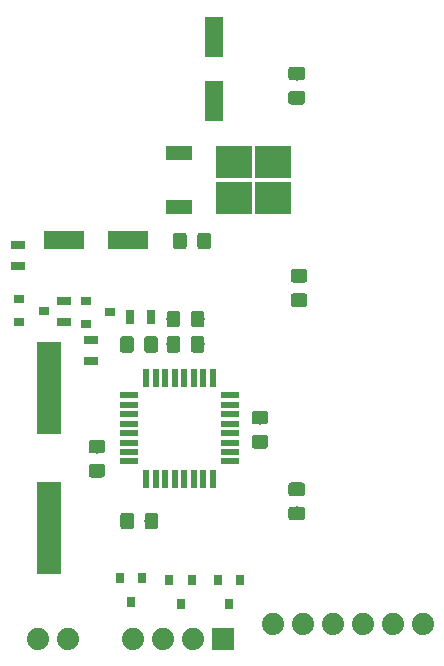
<source format=gbr>
G04 #@! TF.GenerationSoftware,KiCad,Pcbnew,5.0.2-bee76a0~70~ubuntu18.04.1*
G04 #@! TF.CreationDate,2019-12-16T19:01:30-05:00*
G04 #@! TF.ProjectId,LEDStuff,4c454453-7475-4666-962e-6b696361645f,rev?*
G04 #@! TF.SameCoordinates,Original*
G04 #@! TF.FileFunction,Paste,Top*
G04 #@! TF.FilePolarity,Positive*
%FSLAX46Y46*%
G04 Gerber Fmt 4.6, Leading zero omitted, Abs format (unit mm)*
G04 Created by KiCad (PCBNEW 5.0.2-bee76a0~70~ubuntu18.04.1) date Mon 16 Dec 2019 07:01:30 PM EST*
%MOMM*%
%LPD*%
G01*
G04 APERTURE LIST*
%ADD10C,1.879600*%
%ADD11C,0.100000*%
%ADD12C,1.150000*%
%ADD13R,1.600000X3.500000*%
%ADD14R,3.500000X1.600000*%
%ADD15R,0.800000X0.900000*%
%ADD16R,1.600000X0.550000*%
%ADD17R,0.550000X1.600000*%
%ADD18R,2.000000X7.875000*%
%ADD19R,2.200000X1.200000*%
%ADD20R,3.050000X2.750000*%
%ADD21R,1.879600X1.879600*%
%ADD22R,0.899160X0.797560*%
%ADD23R,0.797560X1.198880*%
%ADD24R,1.198880X0.797560*%
G04 APERTURE END LIST*
D10*
G04 #@! TO.C,J2*
X153880000Y-120000000D03*
X156420000Y-120000000D03*
X158960000Y-120000000D03*
X161500000Y-120000000D03*
X164040000Y-120000000D03*
X166580000Y-120000000D03*
G04 #@! TD*
D11*
G04 #@! TO.C,C1*
G36*
X153280905Y-101973404D02*
X153305173Y-101977004D01*
X153328972Y-101982965D01*
X153352071Y-101991230D01*
X153374250Y-102001720D01*
X153395293Y-102014332D01*
X153414999Y-102028947D01*
X153433177Y-102045423D01*
X153449653Y-102063601D01*
X153464268Y-102083307D01*
X153476880Y-102104350D01*
X153487370Y-102126529D01*
X153495635Y-102149628D01*
X153501596Y-102173427D01*
X153505196Y-102197695D01*
X153506400Y-102222199D01*
X153506400Y-102872201D01*
X153505196Y-102896705D01*
X153501596Y-102920973D01*
X153495635Y-102944772D01*
X153487370Y-102967871D01*
X153476880Y-102990050D01*
X153464268Y-103011093D01*
X153449653Y-103030799D01*
X153433177Y-103048977D01*
X153414999Y-103065453D01*
X153395293Y-103080068D01*
X153374250Y-103092680D01*
X153352071Y-103103170D01*
X153328972Y-103111435D01*
X153305173Y-103117396D01*
X153280905Y-103120996D01*
X153256401Y-103122200D01*
X152356399Y-103122200D01*
X152331895Y-103120996D01*
X152307627Y-103117396D01*
X152283828Y-103111435D01*
X152260729Y-103103170D01*
X152238550Y-103092680D01*
X152217507Y-103080068D01*
X152197801Y-103065453D01*
X152179623Y-103048977D01*
X152163147Y-103030799D01*
X152148532Y-103011093D01*
X152135920Y-102990050D01*
X152125430Y-102967871D01*
X152117165Y-102944772D01*
X152111204Y-102920973D01*
X152107604Y-102896705D01*
X152106400Y-102872201D01*
X152106400Y-102222199D01*
X152107604Y-102197695D01*
X152111204Y-102173427D01*
X152117165Y-102149628D01*
X152125430Y-102126529D01*
X152135920Y-102104350D01*
X152148532Y-102083307D01*
X152163147Y-102063601D01*
X152179623Y-102045423D01*
X152197801Y-102028947D01*
X152217507Y-102014332D01*
X152238550Y-102001720D01*
X152260729Y-101991230D01*
X152283828Y-101982965D01*
X152307627Y-101977004D01*
X152331895Y-101973404D01*
X152356399Y-101972200D01*
X153256401Y-101972200D01*
X153280905Y-101973404D01*
X153280905Y-101973404D01*
G37*
D12*
X152806400Y-102547200D03*
D11*
G36*
X153280905Y-104023404D02*
X153305173Y-104027004D01*
X153328972Y-104032965D01*
X153352071Y-104041230D01*
X153374250Y-104051720D01*
X153395293Y-104064332D01*
X153414999Y-104078947D01*
X153433177Y-104095423D01*
X153449653Y-104113601D01*
X153464268Y-104133307D01*
X153476880Y-104154350D01*
X153487370Y-104176529D01*
X153495635Y-104199628D01*
X153501596Y-104223427D01*
X153505196Y-104247695D01*
X153506400Y-104272199D01*
X153506400Y-104922201D01*
X153505196Y-104946705D01*
X153501596Y-104970973D01*
X153495635Y-104994772D01*
X153487370Y-105017871D01*
X153476880Y-105040050D01*
X153464268Y-105061093D01*
X153449653Y-105080799D01*
X153433177Y-105098977D01*
X153414999Y-105115453D01*
X153395293Y-105130068D01*
X153374250Y-105142680D01*
X153352071Y-105153170D01*
X153328972Y-105161435D01*
X153305173Y-105167396D01*
X153280905Y-105170996D01*
X153256401Y-105172200D01*
X152356399Y-105172200D01*
X152331895Y-105170996D01*
X152307627Y-105167396D01*
X152283828Y-105161435D01*
X152260729Y-105153170D01*
X152238550Y-105142680D01*
X152217507Y-105130068D01*
X152197801Y-105115453D01*
X152179623Y-105098977D01*
X152163147Y-105080799D01*
X152148532Y-105061093D01*
X152135920Y-105040050D01*
X152125430Y-105017871D01*
X152117165Y-104994772D01*
X152111204Y-104970973D01*
X152107604Y-104946705D01*
X152106400Y-104922201D01*
X152106400Y-104272199D01*
X152107604Y-104247695D01*
X152111204Y-104223427D01*
X152117165Y-104199628D01*
X152125430Y-104176529D01*
X152135920Y-104154350D01*
X152148532Y-104133307D01*
X152163147Y-104113601D01*
X152179623Y-104095423D01*
X152197801Y-104078947D01*
X152217507Y-104064332D01*
X152238550Y-104051720D01*
X152260729Y-104041230D01*
X152283828Y-104032965D01*
X152307627Y-104027004D01*
X152331895Y-104023404D01*
X152356399Y-104022200D01*
X153256401Y-104022200D01*
X153280905Y-104023404D01*
X153280905Y-104023404D01*
G37*
D12*
X152806400Y-104597200D03*
G04 #@! TD*
D13*
G04 #@! TO.C,C2*
X148890996Y-75712071D03*
X148890996Y-70312071D03*
G04 #@! TD*
D14*
G04 #@! TO.C,C3*
X136199900Y-87541100D03*
X141599900Y-87541100D03*
G04 #@! TD*
D11*
G04 #@! TO.C,C4*
G36*
X146386805Y-86893104D02*
X146411073Y-86896704D01*
X146434872Y-86902665D01*
X146457971Y-86910930D01*
X146480150Y-86921420D01*
X146501193Y-86934032D01*
X146520899Y-86948647D01*
X146539077Y-86965123D01*
X146555553Y-86983301D01*
X146570168Y-87003007D01*
X146582780Y-87024050D01*
X146593270Y-87046229D01*
X146601535Y-87069328D01*
X146607496Y-87093127D01*
X146611096Y-87117395D01*
X146612300Y-87141899D01*
X146612300Y-88041901D01*
X146611096Y-88066405D01*
X146607496Y-88090673D01*
X146601535Y-88114472D01*
X146593270Y-88137571D01*
X146582780Y-88159750D01*
X146570168Y-88180793D01*
X146555553Y-88200499D01*
X146539077Y-88218677D01*
X146520899Y-88235153D01*
X146501193Y-88249768D01*
X146480150Y-88262380D01*
X146457971Y-88272870D01*
X146434872Y-88281135D01*
X146411073Y-88287096D01*
X146386805Y-88290696D01*
X146362301Y-88291900D01*
X145712299Y-88291900D01*
X145687795Y-88290696D01*
X145663527Y-88287096D01*
X145639728Y-88281135D01*
X145616629Y-88272870D01*
X145594450Y-88262380D01*
X145573407Y-88249768D01*
X145553701Y-88235153D01*
X145535523Y-88218677D01*
X145519047Y-88200499D01*
X145504432Y-88180793D01*
X145491820Y-88159750D01*
X145481330Y-88137571D01*
X145473065Y-88114472D01*
X145467104Y-88090673D01*
X145463504Y-88066405D01*
X145462300Y-88041901D01*
X145462300Y-87141899D01*
X145463504Y-87117395D01*
X145467104Y-87093127D01*
X145473065Y-87069328D01*
X145481330Y-87046229D01*
X145491820Y-87024050D01*
X145504432Y-87003007D01*
X145519047Y-86983301D01*
X145535523Y-86965123D01*
X145553701Y-86948647D01*
X145573407Y-86934032D01*
X145594450Y-86921420D01*
X145616629Y-86910930D01*
X145639728Y-86902665D01*
X145663527Y-86896704D01*
X145687795Y-86893104D01*
X145712299Y-86891900D01*
X146362301Y-86891900D01*
X146386805Y-86893104D01*
X146386805Y-86893104D01*
G37*
D12*
X146037300Y-87591900D03*
D11*
G36*
X148436805Y-86893104D02*
X148461073Y-86896704D01*
X148484872Y-86902665D01*
X148507971Y-86910930D01*
X148530150Y-86921420D01*
X148551193Y-86934032D01*
X148570899Y-86948647D01*
X148589077Y-86965123D01*
X148605553Y-86983301D01*
X148620168Y-87003007D01*
X148632780Y-87024050D01*
X148643270Y-87046229D01*
X148651535Y-87069328D01*
X148657496Y-87093127D01*
X148661096Y-87117395D01*
X148662300Y-87141899D01*
X148662300Y-88041901D01*
X148661096Y-88066405D01*
X148657496Y-88090673D01*
X148651535Y-88114472D01*
X148643270Y-88137571D01*
X148632780Y-88159750D01*
X148620168Y-88180793D01*
X148605553Y-88200499D01*
X148589077Y-88218677D01*
X148570899Y-88235153D01*
X148551193Y-88249768D01*
X148530150Y-88262380D01*
X148507971Y-88272870D01*
X148484872Y-88281135D01*
X148461073Y-88287096D01*
X148436805Y-88290696D01*
X148412301Y-88291900D01*
X147762299Y-88291900D01*
X147737795Y-88290696D01*
X147713527Y-88287096D01*
X147689728Y-88281135D01*
X147666629Y-88272870D01*
X147644450Y-88262380D01*
X147623407Y-88249768D01*
X147603701Y-88235153D01*
X147585523Y-88218677D01*
X147569047Y-88200499D01*
X147554432Y-88180793D01*
X147541820Y-88159750D01*
X147531330Y-88137571D01*
X147523065Y-88114472D01*
X147517104Y-88090673D01*
X147513504Y-88066405D01*
X147512300Y-88041901D01*
X147512300Y-87141899D01*
X147513504Y-87117395D01*
X147517104Y-87093127D01*
X147523065Y-87069328D01*
X147531330Y-87046229D01*
X147541820Y-87024050D01*
X147554432Y-87003007D01*
X147569047Y-86983301D01*
X147585523Y-86965123D01*
X147603701Y-86948647D01*
X147623407Y-86934032D01*
X147644450Y-86921420D01*
X147666629Y-86910930D01*
X147689728Y-86902665D01*
X147713527Y-86896704D01*
X147737795Y-86893104D01*
X147762299Y-86891900D01*
X148412301Y-86891900D01*
X148436805Y-86893104D01*
X148436805Y-86893104D01*
G37*
D12*
X148087300Y-87591900D03*
G04 #@! TD*
D11*
G04 #@! TO.C,C5*
G36*
X145835405Y-95656104D02*
X145859673Y-95659704D01*
X145883472Y-95665665D01*
X145906571Y-95673930D01*
X145928750Y-95684420D01*
X145949793Y-95697032D01*
X145969499Y-95711647D01*
X145987677Y-95728123D01*
X146004153Y-95746301D01*
X146018768Y-95766007D01*
X146031380Y-95787050D01*
X146041870Y-95809229D01*
X146050135Y-95832328D01*
X146056096Y-95856127D01*
X146059696Y-95880395D01*
X146060900Y-95904899D01*
X146060900Y-96804901D01*
X146059696Y-96829405D01*
X146056096Y-96853673D01*
X146050135Y-96877472D01*
X146041870Y-96900571D01*
X146031380Y-96922750D01*
X146018768Y-96943793D01*
X146004153Y-96963499D01*
X145987677Y-96981677D01*
X145969499Y-96998153D01*
X145949793Y-97012768D01*
X145928750Y-97025380D01*
X145906571Y-97035870D01*
X145883472Y-97044135D01*
X145859673Y-97050096D01*
X145835405Y-97053696D01*
X145810901Y-97054900D01*
X145160899Y-97054900D01*
X145136395Y-97053696D01*
X145112127Y-97050096D01*
X145088328Y-97044135D01*
X145065229Y-97035870D01*
X145043050Y-97025380D01*
X145022007Y-97012768D01*
X145002301Y-96998153D01*
X144984123Y-96981677D01*
X144967647Y-96963499D01*
X144953032Y-96943793D01*
X144940420Y-96922750D01*
X144929930Y-96900571D01*
X144921665Y-96877472D01*
X144915704Y-96853673D01*
X144912104Y-96829405D01*
X144910900Y-96804901D01*
X144910900Y-95904899D01*
X144912104Y-95880395D01*
X144915704Y-95856127D01*
X144921665Y-95832328D01*
X144929930Y-95809229D01*
X144940420Y-95787050D01*
X144953032Y-95766007D01*
X144967647Y-95746301D01*
X144984123Y-95728123D01*
X145002301Y-95711647D01*
X145022007Y-95697032D01*
X145043050Y-95684420D01*
X145065229Y-95673930D01*
X145088328Y-95665665D01*
X145112127Y-95659704D01*
X145136395Y-95656104D01*
X145160899Y-95654900D01*
X145810901Y-95654900D01*
X145835405Y-95656104D01*
X145835405Y-95656104D01*
G37*
D12*
X145485900Y-96354900D03*
D11*
G36*
X147885405Y-95656104D02*
X147909673Y-95659704D01*
X147933472Y-95665665D01*
X147956571Y-95673930D01*
X147978750Y-95684420D01*
X147999793Y-95697032D01*
X148019499Y-95711647D01*
X148037677Y-95728123D01*
X148054153Y-95746301D01*
X148068768Y-95766007D01*
X148081380Y-95787050D01*
X148091870Y-95809229D01*
X148100135Y-95832328D01*
X148106096Y-95856127D01*
X148109696Y-95880395D01*
X148110900Y-95904899D01*
X148110900Y-96804901D01*
X148109696Y-96829405D01*
X148106096Y-96853673D01*
X148100135Y-96877472D01*
X148091870Y-96900571D01*
X148081380Y-96922750D01*
X148068768Y-96943793D01*
X148054153Y-96963499D01*
X148037677Y-96981677D01*
X148019499Y-96998153D01*
X147999793Y-97012768D01*
X147978750Y-97025380D01*
X147956571Y-97035870D01*
X147933472Y-97044135D01*
X147909673Y-97050096D01*
X147885405Y-97053696D01*
X147860901Y-97054900D01*
X147210899Y-97054900D01*
X147186395Y-97053696D01*
X147162127Y-97050096D01*
X147138328Y-97044135D01*
X147115229Y-97035870D01*
X147093050Y-97025380D01*
X147072007Y-97012768D01*
X147052301Y-96998153D01*
X147034123Y-96981677D01*
X147017647Y-96963499D01*
X147003032Y-96943793D01*
X146990420Y-96922750D01*
X146979930Y-96900571D01*
X146971665Y-96877472D01*
X146965704Y-96853673D01*
X146962104Y-96829405D01*
X146960900Y-96804901D01*
X146960900Y-95904899D01*
X146962104Y-95880395D01*
X146965704Y-95856127D01*
X146971665Y-95832328D01*
X146979930Y-95809229D01*
X146990420Y-95787050D01*
X147003032Y-95766007D01*
X147017647Y-95746301D01*
X147034123Y-95728123D01*
X147052301Y-95711647D01*
X147072007Y-95697032D01*
X147093050Y-95684420D01*
X147115229Y-95673930D01*
X147138328Y-95665665D01*
X147162127Y-95659704D01*
X147186395Y-95656104D01*
X147210899Y-95654900D01*
X147860901Y-95654900D01*
X147885405Y-95656104D01*
X147885405Y-95656104D01*
G37*
D12*
X147535900Y-96354900D03*
G04 #@! TD*
D11*
G04 #@! TO.C,C6*
G36*
X141923805Y-110604004D02*
X141948073Y-110607604D01*
X141971872Y-110613565D01*
X141994971Y-110621830D01*
X142017150Y-110632320D01*
X142038193Y-110644932D01*
X142057899Y-110659547D01*
X142076077Y-110676023D01*
X142092553Y-110694201D01*
X142107168Y-110713907D01*
X142119780Y-110734950D01*
X142130270Y-110757129D01*
X142138535Y-110780228D01*
X142144496Y-110804027D01*
X142148096Y-110828295D01*
X142149300Y-110852799D01*
X142149300Y-111752801D01*
X142148096Y-111777305D01*
X142144496Y-111801573D01*
X142138535Y-111825372D01*
X142130270Y-111848471D01*
X142119780Y-111870650D01*
X142107168Y-111891693D01*
X142092553Y-111911399D01*
X142076077Y-111929577D01*
X142057899Y-111946053D01*
X142038193Y-111960668D01*
X142017150Y-111973280D01*
X141994971Y-111983770D01*
X141971872Y-111992035D01*
X141948073Y-111997996D01*
X141923805Y-112001596D01*
X141899301Y-112002800D01*
X141249299Y-112002800D01*
X141224795Y-112001596D01*
X141200527Y-111997996D01*
X141176728Y-111992035D01*
X141153629Y-111983770D01*
X141131450Y-111973280D01*
X141110407Y-111960668D01*
X141090701Y-111946053D01*
X141072523Y-111929577D01*
X141056047Y-111911399D01*
X141041432Y-111891693D01*
X141028820Y-111870650D01*
X141018330Y-111848471D01*
X141010065Y-111825372D01*
X141004104Y-111801573D01*
X141000504Y-111777305D01*
X140999300Y-111752801D01*
X140999300Y-110852799D01*
X141000504Y-110828295D01*
X141004104Y-110804027D01*
X141010065Y-110780228D01*
X141018330Y-110757129D01*
X141028820Y-110734950D01*
X141041432Y-110713907D01*
X141056047Y-110694201D01*
X141072523Y-110676023D01*
X141090701Y-110659547D01*
X141110407Y-110644932D01*
X141131450Y-110632320D01*
X141153629Y-110621830D01*
X141176728Y-110613565D01*
X141200527Y-110607604D01*
X141224795Y-110604004D01*
X141249299Y-110602800D01*
X141899301Y-110602800D01*
X141923805Y-110604004D01*
X141923805Y-110604004D01*
G37*
D12*
X141574300Y-111302800D03*
D11*
G36*
X143973805Y-110604004D02*
X143998073Y-110607604D01*
X144021872Y-110613565D01*
X144044971Y-110621830D01*
X144067150Y-110632320D01*
X144088193Y-110644932D01*
X144107899Y-110659547D01*
X144126077Y-110676023D01*
X144142553Y-110694201D01*
X144157168Y-110713907D01*
X144169780Y-110734950D01*
X144180270Y-110757129D01*
X144188535Y-110780228D01*
X144194496Y-110804027D01*
X144198096Y-110828295D01*
X144199300Y-110852799D01*
X144199300Y-111752801D01*
X144198096Y-111777305D01*
X144194496Y-111801573D01*
X144188535Y-111825372D01*
X144180270Y-111848471D01*
X144169780Y-111870650D01*
X144157168Y-111891693D01*
X144142553Y-111911399D01*
X144126077Y-111929577D01*
X144107899Y-111946053D01*
X144088193Y-111960668D01*
X144067150Y-111973280D01*
X144044971Y-111983770D01*
X144021872Y-111992035D01*
X143998073Y-111997996D01*
X143973805Y-112001596D01*
X143949301Y-112002800D01*
X143299299Y-112002800D01*
X143274795Y-112001596D01*
X143250527Y-111997996D01*
X143226728Y-111992035D01*
X143203629Y-111983770D01*
X143181450Y-111973280D01*
X143160407Y-111960668D01*
X143140701Y-111946053D01*
X143122523Y-111929577D01*
X143106047Y-111911399D01*
X143091432Y-111891693D01*
X143078820Y-111870650D01*
X143068330Y-111848471D01*
X143060065Y-111825372D01*
X143054104Y-111801573D01*
X143050504Y-111777305D01*
X143049300Y-111752801D01*
X143049300Y-110852799D01*
X143050504Y-110828295D01*
X143054104Y-110804027D01*
X143060065Y-110780228D01*
X143068330Y-110757129D01*
X143078820Y-110734950D01*
X143091432Y-110713907D01*
X143106047Y-110694201D01*
X143122523Y-110676023D01*
X143140701Y-110659547D01*
X143160407Y-110644932D01*
X143181450Y-110632320D01*
X143203629Y-110621830D01*
X143226728Y-110613565D01*
X143250527Y-110607604D01*
X143274795Y-110604004D01*
X143299299Y-110602800D01*
X143949301Y-110602800D01*
X143973805Y-110604004D01*
X143973805Y-110604004D01*
G37*
D12*
X143624300Y-111302800D03*
G04 #@! TD*
D11*
G04 #@! TO.C,C7*
G36*
X143944705Y-95668804D02*
X143968973Y-95672404D01*
X143992772Y-95678365D01*
X144015871Y-95686630D01*
X144038050Y-95697120D01*
X144059093Y-95709732D01*
X144078799Y-95724347D01*
X144096977Y-95740823D01*
X144113453Y-95759001D01*
X144128068Y-95778707D01*
X144140680Y-95799750D01*
X144151170Y-95821929D01*
X144159435Y-95845028D01*
X144165396Y-95868827D01*
X144168996Y-95893095D01*
X144170200Y-95917599D01*
X144170200Y-96817601D01*
X144168996Y-96842105D01*
X144165396Y-96866373D01*
X144159435Y-96890172D01*
X144151170Y-96913271D01*
X144140680Y-96935450D01*
X144128068Y-96956493D01*
X144113453Y-96976199D01*
X144096977Y-96994377D01*
X144078799Y-97010853D01*
X144059093Y-97025468D01*
X144038050Y-97038080D01*
X144015871Y-97048570D01*
X143992772Y-97056835D01*
X143968973Y-97062796D01*
X143944705Y-97066396D01*
X143920201Y-97067600D01*
X143270199Y-97067600D01*
X143245695Y-97066396D01*
X143221427Y-97062796D01*
X143197628Y-97056835D01*
X143174529Y-97048570D01*
X143152350Y-97038080D01*
X143131307Y-97025468D01*
X143111601Y-97010853D01*
X143093423Y-96994377D01*
X143076947Y-96976199D01*
X143062332Y-96956493D01*
X143049720Y-96935450D01*
X143039230Y-96913271D01*
X143030965Y-96890172D01*
X143025004Y-96866373D01*
X143021404Y-96842105D01*
X143020200Y-96817601D01*
X143020200Y-95917599D01*
X143021404Y-95893095D01*
X143025004Y-95868827D01*
X143030965Y-95845028D01*
X143039230Y-95821929D01*
X143049720Y-95799750D01*
X143062332Y-95778707D01*
X143076947Y-95759001D01*
X143093423Y-95740823D01*
X143111601Y-95724347D01*
X143131307Y-95709732D01*
X143152350Y-95697120D01*
X143174529Y-95686630D01*
X143197628Y-95678365D01*
X143221427Y-95672404D01*
X143245695Y-95668804D01*
X143270199Y-95667600D01*
X143920201Y-95667600D01*
X143944705Y-95668804D01*
X143944705Y-95668804D01*
G37*
D12*
X143595200Y-96367600D03*
D11*
G36*
X141894705Y-95668804D02*
X141918973Y-95672404D01*
X141942772Y-95678365D01*
X141965871Y-95686630D01*
X141988050Y-95697120D01*
X142009093Y-95709732D01*
X142028799Y-95724347D01*
X142046977Y-95740823D01*
X142063453Y-95759001D01*
X142078068Y-95778707D01*
X142090680Y-95799750D01*
X142101170Y-95821929D01*
X142109435Y-95845028D01*
X142115396Y-95868827D01*
X142118996Y-95893095D01*
X142120200Y-95917599D01*
X142120200Y-96817601D01*
X142118996Y-96842105D01*
X142115396Y-96866373D01*
X142109435Y-96890172D01*
X142101170Y-96913271D01*
X142090680Y-96935450D01*
X142078068Y-96956493D01*
X142063453Y-96976199D01*
X142046977Y-96994377D01*
X142028799Y-97010853D01*
X142009093Y-97025468D01*
X141988050Y-97038080D01*
X141965871Y-97048570D01*
X141942772Y-97056835D01*
X141918973Y-97062796D01*
X141894705Y-97066396D01*
X141870201Y-97067600D01*
X141220199Y-97067600D01*
X141195695Y-97066396D01*
X141171427Y-97062796D01*
X141147628Y-97056835D01*
X141124529Y-97048570D01*
X141102350Y-97038080D01*
X141081307Y-97025468D01*
X141061601Y-97010853D01*
X141043423Y-96994377D01*
X141026947Y-96976199D01*
X141012332Y-96956493D01*
X140999720Y-96935450D01*
X140989230Y-96913271D01*
X140980965Y-96890172D01*
X140975004Y-96866373D01*
X140971404Y-96842105D01*
X140970200Y-96817601D01*
X140970200Y-95917599D01*
X140971404Y-95893095D01*
X140975004Y-95868827D01*
X140980965Y-95845028D01*
X140989230Y-95821929D01*
X140999720Y-95799750D01*
X141012332Y-95778707D01*
X141026947Y-95759001D01*
X141043423Y-95740823D01*
X141061601Y-95724347D01*
X141081307Y-95709732D01*
X141102350Y-95697120D01*
X141124529Y-95686630D01*
X141147628Y-95678365D01*
X141171427Y-95672404D01*
X141195695Y-95668804D01*
X141220199Y-95667600D01*
X141870201Y-95667600D01*
X141894705Y-95668804D01*
X141894705Y-95668804D01*
G37*
D12*
X141545200Y-96367600D03*
G04 #@! TD*
D11*
G04 #@! TO.C,C8*
G36*
X156392405Y-72844904D02*
X156416673Y-72848504D01*
X156440472Y-72854465D01*
X156463571Y-72862730D01*
X156485750Y-72873220D01*
X156506793Y-72885832D01*
X156526499Y-72900447D01*
X156544677Y-72916923D01*
X156561153Y-72935101D01*
X156575768Y-72954807D01*
X156588380Y-72975850D01*
X156598870Y-72998029D01*
X156607135Y-73021128D01*
X156613096Y-73044927D01*
X156616696Y-73069195D01*
X156617900Y-73093699D01*
X156617900Y-73743701D01*
X156616696Y-73768205D01*
X156613096Y-73792473D01*
X156607135Y-73816272D01*
X156598870Y-73839371D01*
X156588380Y-73861550D01*
X156575768Y-73882593D01*
X156561153Y-73902299D01*
X156544677Y-73920477D01*
X156526499Y-73936953D01*
X156506793Y-73951568D01*
X156485750Y-73964180D01*
X156463571Y-73974670D01*
X156440472Y-73982935D01*
X156416673Y-73988896D01*
X156392405Y-73992496D01*
X156367901Y-73993700D01*
X155467899Y-73993700D01*
X155443395Y-73992496D01*
X155419127Y-73988896D01*
X155395328Y-73982935D01*
X155372229Y-73974670D01*
X155350050Y-73964180D01*
X155329007Y-73951568D01*
X155309301Y-73936953D01*
X155291123Y-73920477D01*
X155274647Y-73902299D01*
X155260032Y-73882593D01*
X155247420Y-73861550D01*
X155236930Y-73839371D01*
X155228665Y-73816272D01*
X155222704Y-73792473D01*
X155219104Y-73768205D01*
X155217900Y-73743701D01*
X155217900Y-73093699D01*
X155219104Y-73069195D01*
X155222704Y-73044927D01*
X155228665Y-73021128D01*
X155236930Y-72998029D01*
X155247420Y-72975850D01*
X155260032Y-72954807D01*
X155274647Y-72935101D01*
X155291123Y-72916923D01*
X155309301Y-72900447D01*
X155329007Y-72885832D01*
X155350050Y-72873220D01*
X155372229Y-72862730D01*
X155395328Y-72854465D01*
X155419127Y-72848504D01*
X155443395Y-72844904D01*
X155467899Y-72843700D01*
X156367901Y-72843700D01*
X156392405Y-72844904D01*
X156392405Y-72844904D01*
G37*
D12*
X155917900Y-73418700D03*
D11*
G36*
X156392405Y-74894904D02*
X156416673Y-74898504D01*
X156440472Y-74904465D01*
X156463571Y-74912730D01*
X156485750Y-74923220D01*
X156506793Y-74935832D01*
X156526499Y-74950447D01*
X156544677Y-74966923D01*
X156561153Y-74985101D01*
X156575768Y-75004807D01*
X156588380Y-75025850D01*
X156598870Y-75048029D01*
X156607135Y-75071128D01*
X156613096Y-75094927D01*
X156616696Y-75119195D01*
X156617900Y-75143699D01*
X156617900Y-75793701D01*
X156616696Y-75818205D01*
X156613096Y-75842473D01*
X156607135Y-75866272D01*
X156598870Y-75889371D01*
X156588380Y-75911550D01*
X156575768Y-75932593D01*
X156561153Y-75952299D01*
X156544677Y-75970477D01*
X156526499Y-75986953D01*
X156506793Y-76001568D01*
X156485750Y-76014180D01*
X156463571Y-76024670D01*
X156440472Y-76032935D01*
X156416673Y-76038896D01*
X156392405Y-76042496D01*
X156367901Y-76043700D01*
X155467899Y-76043700D01*
X155443395Y-76042496D01*
X155419127Y-76038896D01*
X155395328Y-76032935D01*
X155372229Y-76024670D01*
X155350050Y-76014180D01*
X155329007Y-76001568D01*
X155309301Y-75986953D01*
X155291123Y-75970477D01*
X155274647Y-75952299D01*
X155260032Y-75932593D01*
X155247420Y-75911550D01*
X155236930Y-75889371D01*
X155228665Y-75866272D01*
X155222704Y-75842473D01*
X155219104Y-75818205D01*
X155217900Y-75793701D01*
X155217900Y-75143699D01*
X155219104Y-75119195D01*
X155222704Y-75094927D01*
X155228665Y-75071128D01*
X155236930Y-75048029D01*
X155247420Y-75025850D01*
X155260032Y-75004807D01*
X155274647Y-74985101D01*
X155291123Y-74966923D01*
X155309301Y-74950447D01*
X155329007Y-74935832D01*
X155350050Y-74923220D01*
X155372229Y-74912730D01*
X155395328Y-74904465D01*
X155419127Y-74898504D01*
X155443395Y-74894904D01*
X155467899Y-74893700D01*
X156367901Y-74893700D01*
X156392405Y-74894904D01*
X156392405Y-74894904D01*
G37*
D12*
X155917900Y-75468700D03*
G04 #@! TD*
D11*
G04 #@! TO.C,C9*
G36*
X156595605Y-92027204D02*
X156619873Y-92030804D01*
X156643672Y-92036765D01*
X156666771Y-92045030D01*
X156688950Y-92055520D01*
X156709993Y-92068132D01*
X156729699Y-92082747D01*
X156747877Y-92099223D01*
X156764353Y-92117401D01*
X156778968Y-92137107D01*
X156791580Y-92158150D01*
X156802070Y-92180329D01*
X156810335Y-92203428D01*
X156816296Y-92227227D01*
X156819896Y-92251495D01*
X156821100Y-92275999D01*
X156821100Y-92926001D01*
X156819896Y-92950505D01*
X156816296Y-92974773D01*
X156810335Y-92998572D01*
X156802070Y-93021671D01*
X156791580Y-93043850D01*
X156778968Y-93064893D01*
X156764353Y-93084599D01*
X156747877Y-93102777D01*
X156729699Y-93119253D01*
X156709993Y-93133868D01*
X156688950Y-93146480D01*
X156666771Y-93156970D01*
X156643672Y-93165235D01*
X156619873Y-93171196D01*
X156595605Y-93174796D01*
X156571101Y-93176000D01*
X155671099Y-93176000D01*
X155646595Y-93174796D01*
X155622327Y-93171196D01*
X155598528Y-93165235D01*
X155575429Y-93156970D01*
X155553250Y-93146480D01*
X155532207Y-93133868D01*
X155512501Y-93119253D01*
X155494323Y-93102777D01*
X155477847Y-93084599D01*
X155463232Y-93064893D01*
X155450620Y-93043850D01*
X155440130Y-93021671D01*
X155431865Y-92998572D01*
X155425904Y-92974773D01*
X155422304Y-92950505D01*
X155421100Y-92926001D01*
X155421100Y-92275999D01*
X155422304Y-92251495D01*
X155425904Y-92227227D01*
X155431865Y-92203428D01*
X155440130Y-92180329D01*
X155450620Y-92158150D01*
X155463232Y-92137107D01*
X155477847Y-92117401D01*
X155494323Y-92099223D01*
X155512501Y-92082747D01*
X155532207Y-92068132D01*
X155553250Y-92055520D01*
X155575429Y-92045030D01*
X155598528Y-92036765D01*
X155622327Y-92030804D01*
X155646595Y-92027204D01*
X155671099Y-92026000D01*
X156571101Y-92026000D01*
X156595605Y-92027204D01*
X156595605Y-92027204D01*
G37*
D12*
X156121100Y-92601000D03*
D11*
G36*
X156595605Y-89977204D02*
X156619873Y-89980804D01*
X156643672Y-89986765D01*
X156666771Y-89995030D01*
X156688950Y-90005520D01*
X156709993Y-90018132D01*
X156729699Y-90032747D01*
X156747877Y-90049223D01*
X156764353Y-90067401D01*
X156778968Y-90087107D01*
X156791580Y-90108150D01*
X156802070Y-90130329D01*
X156810335Y-90153428D01*
X156816296Y-90177227D01*
X156819896Y-90201495D01*
X156821100Y-90225999D01*
X156821100Y-90876001D01*
X156819896Y-90900505D01*
X156816296Y-90924773D01*
X156810335Y-90948572D01*
X156802070Y-90971671D01*
X156791580Y-90993850D01*
X156778968Y-91014893D01*
X156764353Y-91034599D01*
X156747877Y-91052777D01*
X156729699Y-91069253D01*
X156709993Y-91083868D01*
X156688950Y-91096480D01*
X156666771Y-91106970D01*
X156643672Y-91115235D01*
X156619873Y-91121196D01*
X156595605Y-91124796D01*
X156571101Y-91126000D01*
X155671099Y-91126000D01*
X155646595Y-91124796D01*
X155622327Y-91121196D01*
X155598528Y-91115235D01*
X155575429Y-91106970D01*
X155553250Y-91096480D01*
X155532207Y-91083868D01*
X155512501Y-91069253D01*
X155494323Y-91052777D01*
X155477847Y-91034599D01*
X155463232Y-91014893D01*
X155450620Y-90993850D01*
X155440130Y-90971671D01*
X155431865Y-90948572D01*
X155425904Y-90924773D01*
X155422304Y-90900505D01*
X155421100Y-90876001D01*
X155421100Y-90225999D01*
X155422304Y-90201495D01*
X155425904Y-90177227D01*
X155431865Y-90153428D01*
X155440130Y-90130329D01*
X155450620Y-90108150D01*
X155463232Y-90087107D01*
X155477847Y-90067401D01*
X155494323Y-90049223D01*
X155512501Y-90032747D01*
X155532207Y-90018132D01*
X155553250Y-90005520D01*
X155575429Y-89995030D01*
X155598528Y-89986765D01*
X155622327Y-89980804D01*
X155646595Y-89977204D01*
X155671099Y-89976000D01*
X156571101Y-89976000D01*
X156595605Y-89977204D01*
X156595605Y-89977204D01*
G37*
D12*
X156121100Y-90551000D03*
G04 #@! TD*
D11*
G04 #@! TO.C,C10*
G36*
X156392405Y-110094004D02*
X156416673Y-110097604D01*
X156440472Y-110103565D01*
X156463571Y-110111830D01*
X156485750Y-110122320D01*
X156506793Y-110134932D01*
X156526499Y-110149547D01*
X156544677Y-110166023D01*
X156561153Y-110184201D01*
X156575768Y-110203907D01*
X156588380Y-110224950D01*
X156598870Y-110247129D01*
X156607135Y-110270228D01*
X156613096Y-110294027D01*
X156616696Y-110318295D01*
X156617900Y-110342799D01*
X156617900Y-110992801D01*
X156616696Y-111017305D01*
X156613096Y-111041573D01*
X156607135Y-111065372D01*
X156598870Y-111088471D01*
X156588380Y-111110650D01*
X156575768Y-111131693D01*
X156561153Y-111151399D01*
X156544677Y-111169577D01*
X156526499Y-111186053D01*
X156506793Y-111200668D01*
X156485750Y-111213280D01*
X156463571Y-111223770D01*
X156440472Y-111232035D01*
X156416673Y-111237996D01*
X156392405Y-111241596D01*
X156367901Y-111242800D01*
X155467899Y-111242800D01*
X155443395Y-111241596D01*
X155419127Y-111237996D01*
X155395328Y-111232035D01*
X155372229Y-111223770D01*
X155350050Y-111213280D01*
X155329007Y-111200668D01*
X155309301Y-111186053D01*
X155291123Y-111169577D01*
X155274647Y-111151399D01*
X155260032Y-111131693D01*
X155247420Y-111110650D01*
X155236930Y-111088471D01*
X155228665Y-111065372D01*
X155222704Y-111041573D01*
X155219104Y-111017305D01*
X155217900Y-110992801D01*
X155217900Y-110342799D01*
X155219104Y-110318295D01*
X155222704Y-110294027D01*
X155228665Y-110270228D01*
X155236930Y-110247129D01*
X155247420Y-110224950D01*
X155260032Y-110203907D01*
X155274647Y-110184201D01*
X155291123Y-110166023D01*
X155309301Y-110149547D01*
X155329007Y-110134932D01*
X155350050Y-110122320D01*
X155372229Y-110111830D01*
X155395328Y-110103565D01*
X155419127Y-110097604D01*
X155443395Y-110094004D01*
X155467899Y-110092800D01*
X156367901Y-110092800D01*
X156392405Y-110094004D01*
X156392405Y-110094004D01*
G37*
D12*
X155917900Y-110667800D03*
D11*
G36*
X156392405Y-108044004D02*
X156416673Y-108047604D01*
X156440472Y-108053565D01*
X156463571Y-108061830D01*
X156485750Y-108072320D01*
X156506793Y-108084932D01*
X156526499Y-108099547D01*
X156544677Y-108116023D01*
X156561153Y-108134201D01*
X156575768Y-108153907D01*
X156588380Y-108174950D01*
X156598870Y-108197129D01*
X156607135Y-108220228D01*
X156613096Y-108244027D01*
X156616696Y-108268295D01*
X156617900Y-108292799D01*
X156617900Y-108942801D01*
X156616696Y-108967305D01*
X156613096Y-108991573D01*
X156607135Y-109015372D01*
X156598870Y-109038471D01*
X156588380Y-109060650D01*
X156575768Y-109081693D01*
X156561153Y-109101399D01*
X156544677Y-109119577D01*
X156526499Y-109136053D01*
X156506793Y-109150668D01*
X156485750Y-109163280D01*
X156463571Y-109173770D01*
X156440472Y-109182035D01*
X156416673Y-109187996D01*
X156392405Y-109191596D01*
X156367901Y-109192800D01*
X155467899Y-109192800D01*
X155443395Y-109191596D01*
X155419127Y-109187996D01*
X155395328Y-109182035D01*
X155372229Y-109173770D01*
X155350050Y-109163280D01*
X155329007Y-109150668D01*
X155309301Y-109136053D01*
X155291123Y-109119577D01*
X155274647Y-109101399D01*
X155260032Y-109081693D01*
X155247420Y-109060650D01*
X155236930Y-109038471D01*
X155228665Y-109015372D01*
X155222704Y-108991573D01*
X155219104Y-108967305D01*
X155217900Y-108942801D01*
X155217900Y-108292799D01*
X155219104Y-108268295D01*
X155222704Y-108244027D01*
X155228665Y-108220228D01*
X155236930Y-108197129D01*
X155247420Y-108174950D01*
X155260032Y-108153907D01*
X155274647Y-108134201D01*
X155291123Y-108116023D01*
X155309301Y-108099547D01*
X155329007Y-108084932D01*
X155350050Y-108072320D01*
X155372229Y-108061830D01*
X155395328Y-108053565D01*
X155419127Y-108047604D01*
X155443395Y-108044004D01*
X155467899Y-108042800D01*
X156367901Y-108042800D01*
X156392405Y-108044004D01*
X156392405Y-108044004D01*
G37*
D12*
X155917900Y-108617800D03*
G04 #@! TD*
D15*
G04 #@! TO.C,Q1*
X147050800Y-116322600D03*
X145150800Y-116322600D03*
X146100800Y-118322600D03*
G04 #@! TD*
G04 #@! TO.C,Q2*
X150202900Y-118297200D03*
X149252900Y-116297200D03*
X151152900Y-116297200D03*
G04 #@! TD*
G04 #@! TO.C,Q3*
X142859800Y-116144800D03*
X140959800Y-116144800D03*
X141909800Y-118144800D03*
G04 #@! TD*
D11*
G04 #@! TO.C,R1*
G36*
X145835405Y-93509804D02*
X145859673Y-93513404D01*
X145883472Y-93519365D01*
X145906571Y-93527630D01*
X145928750Y-93538120D01*
X145949793Y-93550732D01*
X145969499Y-93565347D01*
X145987677Y-93581823D01*
X146004153Y-93600001D01*
X146018768Y-93619707D01*
X146031380Y-93640750D01*
X146041870Y-93662929D01*
X146050135Y-93686028D01*
X146056096Y-93709827D01*
X146059696Y-93734095D01*
X146060900Y-93758599D01*
X146060900Y-94658601D01*
X146059696Y-94683105D01*
X146056096Y-94707373D01*
X146050135Y-94731172D01*
X146041870Y-94754271D01*
X146031380Y-94776450D01*
X146018768Y-94797493D01*
X146004153Y-94817199D01*
X145987677Y-94835377D01*
X145969499Y-94851853D01*
X145949793Y-94866468D01*
X145928750Y-94879080D01*
X145906571Y-94889570D01*
X145883472Y-94897835D01*
X145859673Y-94903796D01*
X145835405Y-94907396D01*
X145810901Y-94908600D01*
X145160899Y-94908600D01*
X145136395Y-94907396D01*
X145112127Y-94903796D01*
X145088328Y-94897835D01*
X145065229Y-94889570D01*
X145043050Y-94879080D01*
X145022007Y-94866468D01*
X145002301Y-94851853D01*
X144984123Y-94835377D01*
X144967647Y-94817199D01*
X144953032Y-94797493D01*
X144940420Y-94776450D01*
X144929930Y-94754271D01*
X144921665Y-94731172D01*
X144915704Y-94707373D01*
X144912104Y-94683105D01*
X144910900Y-94658601D01*
X144910900Y-93758599D01*
X144912104Y-93734095D01*
X144915704Y-93709827D01*
X144921665Y-93686028D01*
X144929930Y-93662929D01*
X144940420Y-93640750D01*
X144953032Y-93619707D01*
X144967647Y-93600001D01*
X144984123Y-93581823D01*
X145002301Y-93565347D01*
X145022007Y-93550732D01*
X145043050Y-93538120D01*
X145065229Y-93527630D01*
X145088328Y-93519365D01*
X145112127Y-93513404D01*
X145136395Y-93509804D01*
X145160899Y-93508600D01*
X145810901Y-93508600D01*
X145835405Y-93509804D01*
X145835405Y-93509804D01*
G37*
D12*
X145485900Y-94208600D03*
D11*
G36*
X147885405Y-93509804D02*
X147909673Y-93513404D01*
X147933472Y-93519365D01*
X147956571Y-93527630D01*
X147978750Y-93538120D01*
X147999793Y-93550732D01*
X148019499Y-93565347D01*
X148037677Y-93581823D01*
X148054153Y-93600001D01*
X148068768Y-93619707D01*
X148081380Y-93640750D01*
X148091870Y-93662929D01*
X148100135Y-93686028D01*
X148106096Y-93709827D01*
X148109696Y-93734095D01*
X148110900Y-93758599D01*
X148110900Y-94658601D01*
X148109696Y-94683105D01*
X148106096Y-94707373D01*
X148100135Y-94731172D01*
X148091870Y-94754271D01*
X148081380Y-94776450D01*
X148068768Y-94797493D01*
X148054153Y-94817199D01*
X148037677Y-94835377D01*
X148019499Y-94851853D01*
X147999793Y-94866468D01*
X147978750Y-94879080D01*
X147956571Y-94889570D01*
X147933472Y-94897835D01*
X147909673Y-94903796D01*
X147885405Y-94907396D01*
X147860901Y-94908600D01*
X147210899Y-94908600D01*
X147186395Y-94907396D01*
X147162127Y-94903796D01*
X147138328Y-94897835D01*
X147115229Y-94889570D01*
X147093050Y-94879080D01*
X147072007Y-94866468D01*
X147052301Y-94851853D01*
X147034123Y-94835377D01*
X147017647Y-94817199D01*
X147003032Y-94797493D01*
X146990420Y-94776450D01*
X146979930Y-94754271D01*
X146971665Y-94731172D01*
X146965704Y-94707373D01*
X146962104Y-94683105D01*
X146960900Y-94658601D01*
X146960900Y-93758599D01*
X146962104Y-93734095D01*
X146965704Y-93709827D01*
X146971665Y-93686028D01*
X146979930Y-93662929D01*
X146990420Y-93640750D01*
X147003032Y-93619707D01*
X147017647Y-93600001D01*
X147034123Y-93581823D01*
X147052301Y-93565347D01*
X147072007Y-93550732D01*
X147093050Y-93538120D01*
X147115229Y-93527630D01*
X147138328Y-93519365D01*
X147162127Y-93513404D01*
X147186395Y-93509804D01*
X147210899Y-93508600D01*
X147860901Y-93508600D01*
X147885405Y-93509804D01*
X147885405Y-93509804D01*
G37*
D12*
X147535900Y-94208600D03*
G04 #@! TD*
D11*
G04 #@! TO.C,R2*
G36*
X139476005Y-106474504D02*
X139500273Y-106478104D01*
X139524072Y-106484065D01*
X139547171Y-106492330D01*
X139569350Y-106502820D01*
X139590393Y-106515432D01*
X139610099Y-106530047D01*
X139628277Y-106546523D01*
X139644753Y-106564701D01*
X139659368Y-106584407D01*
X139671980Y-106605450D01*
X139682470Y-106627629D01*
X139690735Y-106650728D01*
X139696696Y-106674527D01*
X139700296Y-106698795D01*
X139701500Y-106723299D01*
X139701500Y-107373301D01*
X139700296Y-107397805D01*
X139696696Y-107422073D01*
X139690735Y-107445872D01*
X139682470Y-107468971D01*
X139671980Y-107491150D01*
X139659368Y-107512193D01*
X139644753Y-107531899D01*
X139628277Y-107550077D01*
X139610099Y-107566553D01*
X139590393Y-107581168D01*
X139569350Y-107593780D01*
X139547171Y-107604270D01*
X139524072Y-107612535D01*
X139500273Y-107618496D01*
X139476005Y-107622096D01*
X139451501Y-107623300D01*
X138551499Y-107623300D01*
X138526995Y-107622096D01*
X138502727Y-107618496D01*
X138478928Y-107612535D01*
X138455829Y-107604270D01*
X138433650Y-107593780D01*
X138412607Y-107581168D01*
X138392901Y-107566553D01*
X138374723Y-107550077D01*
X138358247Y-107531899D01*
X138343632Y-107512193D01*
X138331020Y-107491150D01*
X138320530Y-107468971D01*
X138312265Y-107445872D01*
X138306304Y-107422073D01*
X138302704Y-107397805D01*
X138301500Y-107373301D01*
X138301500Y-106723299D01*
X138302704Y-106698795D01*
X138306304Y-106674527D01*
X138312265Y-106650728D01*
X138320530Y-106627629D01*
X138331020Y-106605450D01*
X138343632Y-106584407D01*
X138358247Y-106564701D01*
X138374723Y-106546523D01*
X138392901Y-106530047D01*
X138412607Y-106515432D01*
X138433650Y-106502820D01*
X138455829Y-106492330D01*
X138478928Y-106484065D01*
X138502727Y-106478104D01*
X138526995Y-106474504D01*
X138551499Y-106473300D01*
X139451501Y-106473300D01*
X139476005Y-106474504D01*
X139476005Y-106474504D01*
G37*
D12*
X139001500Y-107048300D03*
D11*
G36*
X139476005Y-104424504D02*
X139500273Y-104428104D01*
X139524072Y-104434065D01*
X139547171Y-104442330D01*
X139569350Y-104452820D01*
X139590393Y-104465432D01*
X139610099Y-104480047D01*
X139628277Y-104496523D01*
X139644753Y-104514701D01*
X139659368Y-104534407D01*
X139671980Y-104555450D01*
X139682470Y-104577629D01*
X139690735Y-104600728D01*
X139696696Y-104624527D01*
X139700296Y-104648795D01*
X139701500Y-104673299D01*
X139701500Y-105323301D01*
X139700296Y-105347805D01*
X139696696Y-105372073D01*
X139690735Y-105395872D01*
X139682470Y-105418971D01*
X139671980Y-105441150D01*
X139659368Y-105462193D01*
X139644753Y-105481899D01*
X139628277Y-105500077D01*
X139610099Y-105516553D01*
X139590393Y-105531168D01*
X139569350Y-105543780D01*
X139547171Y-105554270D01*
X139524072Y-105562535D01*
X139500273Y-105568496D01*
X139476005Y-105572096D01*
X139451501Y-105573300D01*
X138551499Y-105573300D01*
X138526995Y-105572096D01*
X138502727Y-105568496D01*
X138478928Y-105562535D01*
X138455829Y-105554270D01*
X138433650Y-105543780D01*
X138412607Y-105531168D01*
X138392901Y-105516553D01*
X138374723Y-105500077D01*
X138358247Y-105481899D01*
X138343632Y-105462193D01*
X138331020Y-105441150D01*
X138320530Y-105418971D01*
X138312265Y-105395872D01*
X138306304Y-105372073D01*
X138302704Y-105347805D01*
X138301500Y-105323301D01*
X138301500Y-104673299D01*
X138302704Y-104648795D01*
X138306304Y-104624527D01*
X138312265Y-104600728D01*
X138320530Y-104577629D01*
X138331020Y-104555450D01*
X138343632Y-104534407D01*
X138358247Y-104514701D01*
X138374723Y-104496523D01*
X138392901Y-104480047D01*
X138412607Y-104465432D01*
X138433650Y-104452820D01*
X138455829Y-104442330D01*
X138478928Y-104434065D01*
X138502727Y-104428104D01*
X138526995Y-104424504D01*
X138551499Y-104423300D01*
X139451501Y-104423300D01*
X139476005Y-104424504D01*
X139476005Y-104424504D01*
G37*
D12*
X139001500Y-104998300D03*
G04 #@! TD*
D16*
G04 #@! TO.C,U1*
X141749200Y-100666900D03*
X141749200Y-101466900D03*
X141749200Y-102266900D03*
X141749200Y-103066900D03*
X141749200Y-103866900D03*
X141749200Y-104666900D03*
X141749200Y-105466900D03*
X141749200Y-106266900D03*
D17*
X143199200Y-107716900D03*
X143999200Y-107716900D03*
X144799200Y-107716900D03*
X145599200Y-107716900D03*
X146399200Y-107716900D03*
X147199200Y-107716900D03*
X147999200Y-107716900D03*
X148799200Y-107716900D03*
D16*
X150249200Y-106266900D03*
X150249200Y-105466900D03*
X150249200Y-104666900D03*
X150249200Y-103866900D03*
X150249200Y-103066900D03*
X150249200Y-102266900D03*
X150249200Y-101466900D03*
X150249200Y-100666900D03*
D17*
X148799200Y-99216900D03*
X147999200Y-99216900D03*
X147199200Y-99216900D03*
X146399200Y-99216900D03*
X145599200Y-99216900D03*
X144799200Y-99216900D03*
X143999200Y-99216900D03*
X143199200Y-99216900D03*
G04 #@! TD*
D18*
G04 #@! TO.C,Y1*
X134975600Y-111931700D03*
X134975600Y-100056700D03*
G04 #@! TD*
D19*
G04 #@! TO.C,U2*
X145977500Y-80181100D03*
X145977500Y-84741100D03*
D20*
X153952500Y-83986100D03*
X150602500Y-80936100D03*
X153952500Y-80936100D03*
X150602500Y-83986100D03*
G04 #@! TD*
D21*
G04 #@! TO.C,J3*
X149700000Y-121300000D03*
D10*
X147160000Y-121300000D03*
X144620000Y-121300000D03*
X142080000Y-121300000D03*
G04 #@! TD*
G04 #@! TO.C,J4*
X134000000Y-121300000D03*
X136540000Y-121300000D03*
G04 #@! TD*
D22*
G04 #@! TO.C,Q4*
X132401780Y-92550040D03*
X132401780Y-94449960D03*
X134499820Y-93500000D03*
G04 #@! TD*
G04 #@! TO.C,Q5*
X140149820Y-93650000D03*
X138051780Y-94599960D03*
X138051780Y-92700040D03*
G04 #@! TD*
D23*
G04 #@! TO.C,R3*
X143599160Y-94050000D03*
X141800840Y-94050000D03*
G04 #@! TD*
D24*
G04 #@! TO.C,R4*
X138550000Y-97799160D03*
X138550000Y-96000840D03*
G04 #@! TD*
G04 #@! TO.C,R5*
X136250000Y-94498320D03*
X136250000Y-92700000D03*
G04 #@! TD*
G04 #@! TO.C,R6*
X132300000Y-87900840D03*
X132300000Y-89699160D03*
G04 #@! TD*
M02*

</source>
